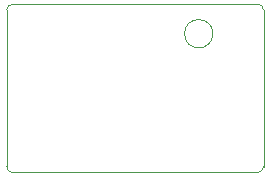
<source format=gm1>
G04 #@! TF.GenerationSoftware,KiCad,Pcbnew,9.0.0*
G04 #@! TF.CreationDate,2025-03-03T20:11:52-05:00*
G04 #@! TF.ProjectId,pcb,7063622e-6b69-4636-9164-5f7063625858,rev?*
G04 #@! TF.SameCoordinates,Original*
G04 #@! TF.FileFunction,Profile,NP*
%FSLAX46Y46*%
G04 Gerber Fmt 4.6, Leading zero omitted, Abs format (unit mm)*
G04 Created by KiCad (PCBNEW 9.0.0) date 2025-03-03 20:11:52*
%MOMM*%
%LPD*%
G01*
G04 APERTURE LIST*
G04 #@! TA.AperFunction,Profile*
%ADD10C,0.050000*%
G04 #@! TD*
G04 APERTURE END LIST*
D10*
X167500000Y-107500000D02*
X167500000Y-94250000D01*
X167500000Y-107500000D02*
G75*
G02*
X167000000Y-108000000I-500000J0D01*
G01*
X146250000Y-108000000D02*
G75*
G02*
X145750000Y-107500000I0J500000D01*
G01*
X146250000Y-108000000D02*
X167000000Y-108000000D01*
X167000000Y-93750000D02*
X146250000Y-93750000D01*
X167000000Y-93750000D02*
G75*
G02*
X167500000Y-94250000I0J-500000D01*
G01*
X145750000Y-94250000D02*
X145750000Y-107500000D01*
X163200000Y-96250000D02*
G75*
G02*
X160800000Y-96250000I-1200000J0D01*
G01*
X160800000Y-96250000D02*
G75*
G02*
X163200000Y-96250000I1200000J0D01*
G01*
X145750000Y-94250000D02*
G75*
G02*
X146250000Y-93750000I500000J0D01*
G01*
M02*

</source>
